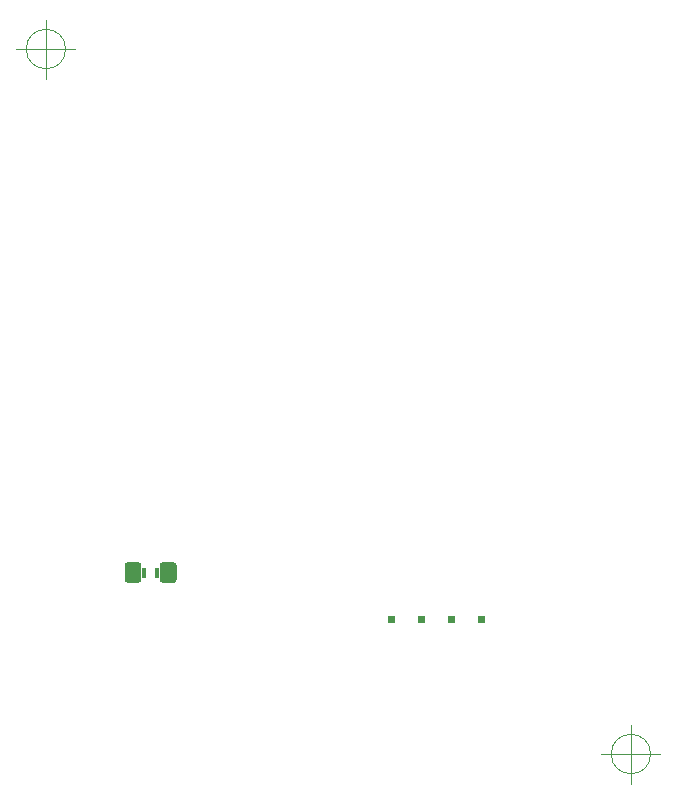
<source format=gbr>
%TF.GenerationSoftware,KiCad,Pcbnew,(5.1.6)-1*%
%TF.CreationDate,2021-11-05T07:21:48-03:00*%
%TF.ProjectId,PS2-MSX-F4,5053322d-4d53-4582-9d46-342e6b696361,rev?*%
%TF.SameCoordinates,Original*%
%TF.FileFunction,Paste,Bot*%
%TF.FilePolarity,Positive*%
%FSLAX46Y46*%
G04 Gerber Fmt 4.6, Leading zero omitted, Abs format (unit mm)*
G04 Created by KiCad (PCBNEW (5.1.6)-1) date 2021-11-05 07:21:48*
%MOMM*%
%LPD*%
G01*
G04 APERTURE LIST*
%ADD10C,0.050000*%
%ADD11C,0.120000*%
%ADD12R,0.450000X0.950000*%
G04 APERTURE END LIST*
D10*
X128666666Y-74930000D02*
G75*
G03*
X128666666Y-74930000I-1666666J0D01*
G01*
X124500000Y-74930000D02*
X129500000Y-74930000D01*
X127000000Y-72430000D02*
X127000000Y-77430000D01*
X178196666Y-134620000D02*
G75*
G03*
X178196666Y-134620000I-1666666J0D01*
G01*
X174030000Y-134620000D02*
X179030000Y-134620000D01*
X176530000Y-132120000D02*
X176530000Y-137120000D01*
D11*
%TO.C,U1*%
X155956000Y-122936000D02*
X156464000Y-122936000D01*
X156464000Y-122936000D02*
X156464000Y-123444000D01*
X156464000Y-123444000D02*
X155956000Y-123444000D01*
X155956000Y-123444000D02*
X155956000Y-122936000D01*
X155956000Y-122936000D02*
X156464000Y-123444000D01*
X156464000Y-123444000D02*
X156464000Y-122936000D01*
X156464000Y-122936000D02*
X155956000Y-123444000D01*
X161544000Y-122936000D02*
X161544000Y-123444000D01*
X161036000Y-122936000D02*
X161544000Y-122936000D01*
X161544000Y-123444000D02*
X161036000Y-123444000D01*
X161036000Y-123444000D02*
X161036000Y-122936000D01*
X161036000Y-122936000D02*
X161544000Y-123444000D01*
X161544000Y-123444000D02*
X161544000Y-122936000D01*
X161544000Y-122936000D02*
X161036000Y-123444000D01*
X159004000Y-122936000D02*
X159004000Y-123444000D01*
X158496000Y-122936000D02*
X159004000Y-122936000D01*
X159004000Y-123444000D02*
X158496000Y-123444000D01*
X158496000Y-123444000D02*
X158496000Y-122936000D01*
X158496000Y-122936000D02*
X159004000Y-123444000D01*
X159004000Y-123444000D02*
X159004000Y-122936000D01*
X159004000Y-122936000D02*
X158496000Y-123444000D01*
X164084000Y-122936000D02*
X164084000Y-123444000D01*
X163576000Y-122936000D02*
X164084000Y-122936000D01*
X164084000Y-123444000D02*
X163576000Y-123444000D01*
X163576000Y-123444000D02*
X163576000Y-122936000D01*
X163576000Y-122936000D02*
X164084000Y-123444000D01*
X164084000Y-123444000D02*
X164084000Y-122936000D01*
X164084000Y-122936000D02*
X163576000Y-123444000D01*
X156210000Y-122936000D02*
X156210000Y-123444000D01*
X156210000Y-123444000D02*
X155956000Y-123190000D01*
X155956000Y-123190000D02*
X156464000Y-123190000D01*
X158750000Y-122936000D02*
X158750000Y-123444000D01*
X158750000Y-123444000D02*
X158496000Y-123190000D01*
X158496000Y-123190000D02*
X159004000Y-123190000D01*
X161290000Y-122936000D02*
X161290000Y-123444000D01*
X161290000Y-123444000D02*
X161544000Y-123190000D01*
X161544000Y-123190000D02*
X161036000Y-123190000D01*
X163830000Y-122936000D02*
X163830000Y-123444000D01*
X163830000Y-123444000D02*
X164084000Y-123190000D01*
X164084000Y-123190000D02*
X163576000Y-123190000D01*
X163830000Y-123444000D02*
X163830000Y-122936000D01*
X163830000Y-122936000D02*
X163576000Y-123190000D01*
X163576000Y-123190000D02*
X164084000Y-122936000D01*
X164084000Y-122936000D02*
X163830000Y-123444000D01*
X163830000Y-123444000D02*
X163576000Y-123190000D01*
X161290000Y-123444000D02*
X161036000Y-123190000D01*
X161036000Y-123190000D02*
X161290000Y-122936000D01*
X161290000Y-122936000D02*
X161544000Y-123190000D01*
X158750000Y-123444000D02*
X159004000Y-123190000D01*
X159004000Y-123190000D02*
X158750000Y-122936000D01*
X158750000Y-122936000D02*
X158496000Y-123190000D01*
X156210000Y-123444000D02*
X156464000Y-123190000D01*
X156464000Y-123190000D02*
X156210000Y-122936000D01*
X156210000Y-122936000D02*
X155956000Y-123190000D01*
%TD*%
D12*
%TO.C,F1*%
X135282940Y-119258080D03*
X136428480Y-119258080D03*
G36*
G01*
X135081980Y-118630540D02*
X135081980Y-119880540D01*
G75*
G02*
X134831980Y-120130540I-250000J0D01*
G01*
X133906980Y-120130540D01*
G75*
G02*
X133656980Y-119880540I0J250000D01*
G01*
X133656980Y-118630540D01*
G75*
G02*
X133906980Y-118380540I250000J0D01*
G01*
X134831980Y-118380540D01*
G75*
G02*
X135081980Y-118630540I0J-250000D01*
G01*
G37*
G36*
G01*
X138056980Y-118630540D02*
X138056980Y-119880540D01*
G75*
G02*
X137806980Y-120130540I-250000J0D01*
G01*
X136881980Y-120130540D01*
G75*
G02*
X136631980Y-119880540I0J250000D01*
G01*
X136631980Y-118630540D01*
G75*
G02*
X136881980Y-118380540I250000J0D01*
G01*
X137806980Y-118380540D01*
G75*
G02*
X138056980Y-118630540I0J-250000D01*
G01*
G37*
%TD*%
M02*

</source>
